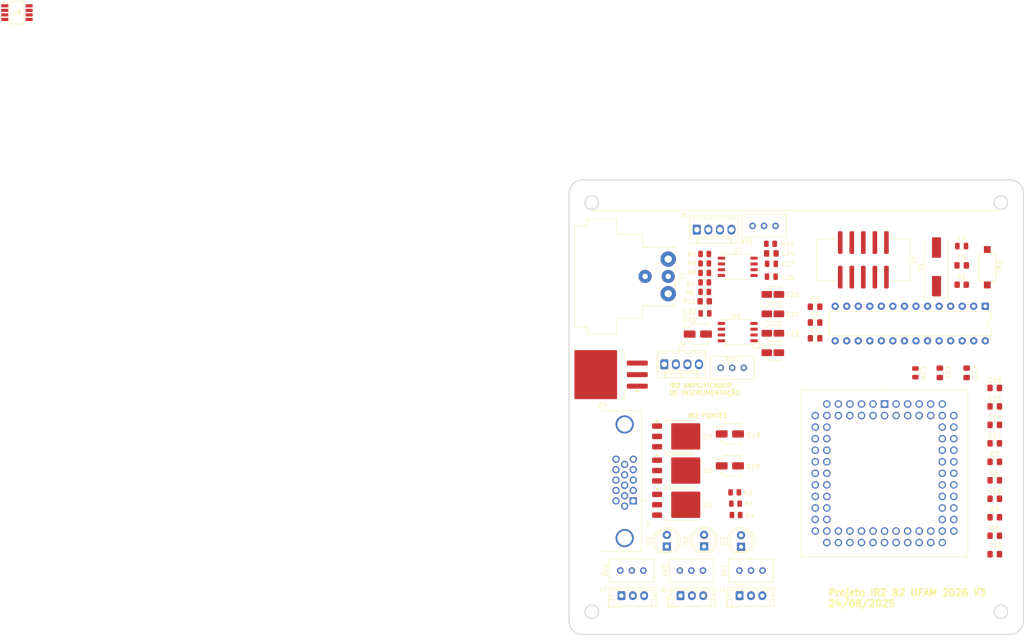
<source format=kicad_pcb>
(kicad_pcb (version 20241229) (generator "pcbnew") (generator_version "9.0")
  (title_block (title "IR2_B2_UFAM") (date "08/08/2025") (rev "V1") (company "UFAM-UFMG"))
  (layers (0 "F.Cu" signal "IR2_F.Cu") (4 "In1.Cu" power "IR2_In1.Cu") (6 "In2.Cu" power "IR2_In2.Cu") (2 "B.Cu" signal "IR2_B.Cu‏") (13 "F.Paste" user) (15 "B.Paste" user) (5 "F.SilkS" user "IR2 B2 UFAM") (7 "B.SilkS" user "IR2 B2 UFAM V2") (1 "F.Mask" user) (3 "B.Mask" user) (25 "Edge.Cuts" user))
  (net 0 "")
  (net 1 "Net-(U6-CAP-)")
  (net 2 "Net-(U6-CAP+)")
  (net 3 "Net-(D1-A)")
  (net 4 "Net-(D2-A)")
  (net 5 "Net-(D3-A)")
  (net 6 "/MODO E_RST E_RDR/E_RDR")
  (net 7 "Net-(J3-RST)")
  (net 8 "GND")
  (net 9 "/A0")
  (net 10 "/MODO E_RST E_RDR/E_RST")
  (net 11 "/A2")
  (net 12 "/Módulo Amplificador de Instrumentação/S+")
  (net 13 "/AC0")
  (net 14 "/A1")
  (net 15 "/Módulo Amplificador de Instrumentação/VOUT")
  (net 16 "/Módulo Amplificador de Instrumentação/S-")
  (net 17 "Net-(R6-Pad1)")
  (net 18 "Net-(R7-Pad2)")
  (net 19 "Net-(R10-Pad1)")
  (net 20 "Net-(R10-Pad2)")
  (net 21 "/MODO E_RST E_RDR/V_LOAD")
  (net 26 "Net-(U1-XTAL2{slash}PB7)")
  (net 28 "/SCK")
  (net 29 "Net-(U1-XTAL1{slash}PB6)")
  (net 32 "/MISO")
  (net 33 "Net-(U2-VO)")
  (net 36 "3,3V")
  (net 37 "/RESET")
  (net 38 "Net-(U7--)")
  (net 39 "/Fontes/3V3IR2")
  (net 40 "/RWS")
  (net 116 "/AC1")
  (net 117 "/AC2")
  (net 118 "Net-(J3-RDR)")
  (net 120 "Net-(U7-+)")
  (net 123 "Net-(U8-2IN+)")
  (net 124 "Net-(U8-1IN+)")
  (net 125 "Net-(U7-Ref)")
  (net 126 "/MODO E_RST E_RDR/3V3")
  (net 127 "Net-(U6-V+)")
  (net 128 "-12V")
  (net 129 "+8V4")
  (net 130 "+12V")
  (net 131 "Net-(BT4-+)")
  (net 132 "Net-(J5-Pin_2)")
  (net 133 "Net-(J6-Pin_3)")
  (net 134 "Net-(J7-Pin_3)")
  (footprint "Capacitor_SMD:C_0805_2012Metric_Pad1.18x1.45mm_HandSolder" (layer "F.Cu") (at 218.8425 105.662)
    (property "Reference" "C6" (at -0.0625 -1.6 0) (layer "F.SilkS") (effects (font (thickness 0.1))))
    (property "Value" "100nF")
    (pad "1" smd roundrect (at -1.0375 0) (size 1.175 1.45) (layers "F.Cu" "F.Mask" "F.Paste") (roundrect_rratio 0.212766) (net 39 "/Fontes/3V3IR2"))
    (pad "2" smd roundrect (at 1.0375 0) (size 1.175 1.45) (layers "F.Cu" "F.Mask" "F.Paste") (roundrect_rratio 0.212766) (net 8 "GND"))
  )
  (footprint "Package_SO:SOIC-8_5.3x5.3mm_P1.27mm" (layer "F.Cu") (at 162.295 58.7)
    (property "Reference" "U7" (at 0 -3.6 0) (layer "F.SilkS") (effects (font (thickness 0.1))))
    (property "Value" "AD620")
    (pad "1" smd roundrect (at -3.5875 -1.905) (size 1.625 0.65) (layers "F.Cu" "F.Mask" "F.Paste") (net 19 "Net-(R10-Pad1)"))
    (pad "2" smd roundrect (at -3.5875 -0.635) (size 1.625 0.65) (layers "F.Cu" "F.Mask" "F.Paste") (net 38 "Net-(U7--)"))
    (pad "3" smd roundrect (at -3.5875 0.635) (size 1.625 0.65) (layers "F.Cu" "F.Mask" "F.Paste") (net 120 "Net-(U7-+)"))
    (pad "4" smd roundrect (at -3.5875 1.905) (size 1.625 0.65) (layers "F.Cu" "F.Mask" "F.Paste") (net 128 "-12V"))
    (pad "5" smd roundrect (at 3.5875 1.905) (size 1.625 0.65) (layers "F.Cu" "F.Mask" "F.Paste") (net 125 "Net-(U7-Ref)"))
    (pad "6" smd roundrect (at 3.5875 0.635) (size 1.625 0.65) (layers "F.Cu" "F.Mask" "F.Paste") (net 123 "Net-(U8-2IN+)"))
    (pad "7" smd roundrect (at 3.5875 -0.635) (size 1.625 0.65) (layers "F.Cu" "F.Mask" "F.Paste") (net 127 "Net-(U6-V+)"))
    (pad "8" smd roundrect (at 3.5875 -1.905) (size 1.625 0.65) (layers "F.Cu" "F.Mask" "F.Paste") (net 20 "Net-(R10-Pad2)"))
  )
  (footprint "Capacitor_SMD:C_0805_2012Metric_Pad1.18x1.45mm_HandSolder" (layer "F.Cu") (at 218.8425 101.598)
    (property "Reference" "C7" (at 0 -1.68 0) (layer "F.SilkS") (effects (font (thickness 0.1))))
    (property "Value" "100nF")
    (pad "1" smd roundrect (at -1.0375 0) (size 1.175 1.45) (layers "F.Cu" "F.Mask" "F.Paste") (roundrect_rratio 0.212766) (net 39 "/Fontes/3V3IR2"))
    (pad "2" smd roundrect (at 1.0375 0) (size 1.175 1.45) (layers "F.Cu" "F.Mask" "F.Paste") (roundrect_rratio 0.212766) (net 8 "GND"))
  )
  (footprint "Resistor_SMD:R_0805_2012Metric" (layer "F.Cu") (at 155.0275 57.953333)
    (property "Reference" "R9" (at -2.8275 0.033917 0) (layer "F.SilkS") (effects (font (thickness 0.1))))
    (property "Value" "1K")
    (pad "1" smd roundrect (at -0.9125 0) (size 1.025 1.4) (layers "F.Cu" "F.Mask" "F.Paste") (roundrect_rratio 0.243902) (net 120 "Net-(U7-+)"))
    (pad "2" smd roundrect (at 0.9125 0) (size 1.025 1.4) (layers "F.Cu" "F.Mask" "F.Paste") (roundrect_rratio 0.243902) (net 12 "/Módulo Amplificador de Instrumentação/S+"))
  )
  (footprint "Resistor_SMD:R_0805_2012Metric_Pad1.20x1.40mm_HandSolder" (layer "F.Cu") (at 155.0275 66.286667)
    (property "Reference" "R11" (at -3.3375 0.049583 0) (layer "F.SilkS") (effects (font (thickness 0.1))))
    (property "Value" "1K")
    (pad "1" smd roundrect (at -1 0) (size 1.2 1.4) (layers "F.Cu" "F.Mask" "F.Paste") (roundrect_rratio 0.208333) (net 123 "Net-(U8-2IN+)"))
    (pad "2" smd roundrect (at 1 0) (size 1.2 1.4) (layers "F.Cu" "F.Mask" "F.Paste") (roundrect_rratio 0.208333) (net 124 "Net-(U8-1IN+)"))
  )
  (footprint "Capacitor_SMD:C_0805_2012Metric" (layer "F.Cu") (at 201.39 82.02 -90)
    (property "Reference" "C29" (at 0 -1.68 270) (layer "F.SilkS") (effects (font (thickness 0.1))))
    (property "Value" "100nF")
    (pad "1" smd roundrect (at -0.95 0 270) (size 1 1.45) (layers "F.Cu" "F.Mask" "F.Paste") (net 8 "GND"))
    (pad "2" smd roundrect (at 0.95 0 270) (size 1 1.45) (layers "F.Cu" "F.Mask" "F.Paste") (net 128 "-12V"))
  )
  (footprint "Capacitor_SMD:C_Elec_3x5.4" (layer "F.Cu") (at 170.02 77.59)
    (property "Reference" "C25" (at -3.07 -1.5 0) (layer "F.SilkS") (effects (font (thickness 0.1))))
    (property "Value" "10uF")
    (pad "1" smd roundrect (at -1.325 0) (size 2.35 1.5) (layers "F.Cu" "F.Mask" "F.Paste") (roundrect_rratio 0.166667) (net 1 "Net-(U6-CAP-)"))
    (pad "2" smd roundrect (at 1.325 0) (size 2.35 1.5) (layers "F.Cu" "F.Mask" "F.Paste") (roundrect_rratio 0.166667) (net 2 "Net-(U6-CAP+)"))
  )
  (footprint "Package_TO_SOT_SMD:TO-263-3_TabPin2" (layer "F.Cu") (at 132.555 82.415 180)
    (property "Reference" "U2" (at 0 -6.65 180) (layer "F.SilkS") (effects (font (thickness 0.1))))
    (property "Value" "AZ1084-5.0")
    (pad "1" smd roundrect (at -7.65 -2.54 180) (size 4.6 1.1) (layers "F.Cu" "F.Mask" "F.Paste") (roundrect_rratio 0.227273) (net 8 "GND"))
    (pad "2" smd roundrect (at -7.65 0 180) (size 4.6 1.1) (layers "F.Cu" "F.Mask" "F.Paste") (roundrect_rratio 0.227273) (net 33 "Net-(U2-VO)"))
    (pad "2" smd roundrect (at 1.5 0 180) (size 9.4 10.8) (layers "F.Cu" "F.Mask") (roundrect_rratio 0.026596) (net 33 "Net-(U2-VO)"))
    (pad "3" smd roundrect (at -7.65 2.54 180) (size 4.6 1.1) (layers "F.Cu" "F.Mask" "F.Paste") (roundrect_rratio 0.227273) (net 129 "+8V4"))
  )
  (footprint "Capacitor_SMD:C_Elec_3x5.4" (layer "F.Cu") (at 170.02 64.77)
    (property "Reference" "C26" (at 4.29 0.02 0) (layer "F.SilkS") (effects (font (thickness 0.1))))
    (property "Value" "10uF")
    (pad "1" smd roundrect (at -1.325 0) (size 2.35 1.5) (layers "F.Cu" "F.Mask" "F.Paste") (roundrect_rratio 0.166667) (net 128 "-12V"))
    (pad "2" smd roundrect (at 1.325 0) (size 2.35 1.5) (layers "F.Cu" "F.Mask" "F.Paste") (roundrect_rratio 0.166667) (net 8 "GND"))
  )
  (footprint "Capacitor_SMD:C_0805_2012Metric_Pad1.18x1.45mm_HandSolder" (layer "F.Cu") (at 218.8425 113.79)
    (property "Reference" "C9" (at 0 -1.68 0) (layer "F.SilkS") (effects (font (thickness 0.1))))
    (property "Value" "100nF")
    (pad "1" smd roundrect (at -1.0375 0) (size 1.175 1.45) (layers "F.Cu" "F.Mask" "F.Paste") (roundrect_rratio 0.212766) (net 40 "/RWS"))
    (pad "2" smd roundrect (at 1.0375 0) (size 1.175 1.45) (layers "F.Cu" "F.Mask" "F.Paste") (roundrect_rratio 0.212766) (net 8 "GND"))
  )
  (footprint "Capacitor_SMD:C_0805_2012Metric" (layer "F.Cu") (at 169.71 58.03 180)
    (property "Reference" "C27" (at -3.58 -0.08 0) (layer "F.SilkS") (effects (font (thickness 0.1))))
    (property "Value" "100nF")
    (pad "1" smd roundrect (at -0.95 0 180) (size 1 1.45) (layers "F.Cu" "F.Mask" "F.Paste") (net 128 "-12V"))
    (pad "2" smd roundrect (at 0.95 0 180) (size 1 1.45) (layers "F.Cu" "F.Mask" "F.Paste") (net 8 "GND"))
  )
  (footprint "Resistor_SMD:R_0805_2012Metric" (layer "F.Cu") (at 155.0275 64.203333)
    (property "Reference" "R6" (at -3.2675 0.275666 0) (layer "F.SilkS") (effects (font (thickness 0.1))))
    (property "Value" "1K")
    (pad "1" smd roundrect (at -0.9125 0) (size 1.025 1.4) (layers "F.Cu" "F.Mask" "F.Paste") (roundrect_rratio 0.243902) (net 17 "Net-(R6-Pad1)"))
    (pad "2" smd roundrect (at 0.9125 0) (size 1.025 1.4) (layers "F.Cu" "F.Mask" "F.Paste") (roundrect_rratio 0.243902) (net 127 "Net-(U6-V+)"))
  )
  (footprint "Package_TO_SOT_SMD:TO-252-3_TabPin2" (layer "F.Cu") (at 149.6 111.04)
    (property "Reference" "U4" (at 6.135 0.17 0) (layer "F.SilkS") (effects (font (thickness 0.1))))
    (property "Value" "AZ1084-3.3")
    (pad "1" smd roundrect (at -5.04 -2.28) (size 2.2 1.2) (layers "F.Cu" "F.Mask" "F.Paste") (roundrect_rratio 0.208333) (net 8 "GND"))
    (pad "2" smd roundrect (at -5.04 0) (size 2.2 1.2) (layers "F.Cu" "F.Mask" "F.Paste") (roundrect_rratio 0.208333) (net 126 "/MODO E_RST E_RDR/3V3"))
    (pad "2" smd roundrect (at 1.26 0) (size 6.4 5.8) (layers "F.Cu" "F.Mask") (roundrect_rratio 0.043103) (net 126 "/MODO E_RST E_RDR/3V3"))
    (pad "3" smd roundrect (at -5.04 2.28) (size 2.2 1.2) (layers "F.Cu" "F.Mask" "F.Paste") (roundrect_rratio 0.208333) (net 131 "Net-(BT4-+)"))
  )
  (footprint "LED_THT:LED_D5.0mm" (layer "F.Cu") (at 146.7 120.23 90)
    (property "Reference" "D1" (at 1.27 -3.96 90) (layer "F.SilkS") (effects (font (thickness 0.1))))
    (property "Value" "LED")
    (pad "1" thru_hole rect (at 0 0 90) (size 1.8 1.8) (drill 0.9) (layers "*.Cu" "*.Mask") (net 8 "GND"))
    (pad "2" thru_hole circle (at 2.54 0 90) (size 1.8 1.8) (drill 0.9) (layers "*.Cu" "*.Mask") (net 3 "Net-(D1-A)"))
  )
  (footprint "Capacitor_SMD:C_0805_2012Metric_Pad1.18x1.45mm_HandSolder" (layer "F.Cu") (at 218.8425 85.342)
    (property "Reference" "C13" (at 0 -1.68 0) (layer "F.SilkS") (effects (font (thickness 0.1))))
    (property "Value" "100nF")
    (pad "1" smd roundrect (at -1.0375 0) (size 1.175 1.45) (layers "F.Cu" "F.Mask" "F.Paste") (roundrect_rratio 0.212766) (net 11 "/A2"))
    (pad "2" smd roundrect (at 1.0375 0) (size 1.175 1.45) (layers "F.Cu" "F.Mask" "F.Paste") (roundrect_rratio 0.212766) (net 8 "GND"))
  )
  (footprint "Capacitor_SMD:C_Elec_3x5.4" (layer "F.Cu") (at 170.02 69.043333)
    (property "Reference" "C21" (at 4.41 0.146667 0) (layer "F.SilkS") (effects (font (thickness 0.1))))
    (property "Value" "10uF")
    (pad "1" smd roundrect (at -1.325 0) (size 2.35 1.5) (layers "F.Cu" "F.Mask" "F.Paste") (roundrect_rratio 0.166667) (net 127 "Net-(U6-V+)"))
    (pad "2" smd roundrect (at 1.325 0) (size 2.35 1.5) (layers "F.Cu" "F.Mask" "F.Paste") (roundrect_rratio 0.166667) (net 8 "GND"))
  )
  (footprint "Capacitor_SMD:C_0805_2012Metric_Pad1.18x1.45mm_HandSolder" (layer "F.Cu") (at 169.6925 55.75)
    (property "Reference" "C24" (at 3.6775 0 0) (layer "F.SilkS") (effects (font (thickness 0.1))))
    (property "Value" "100nF")
    (pad "1" smd roundrect (at -1.0375 0) (size 1.175 1.45) (layers "F.Cu" "F.Mask" "F.Paste") (roundrect_rratio 0.212766) (net 127 "Net-(U6-V+)"))
    (pad "2" smd roundrect (at 1.0375 0) (size 1.175 1.45) (layers "F.Cu" "F.Mask" "F.Paste") (roundrect_rratio 0.212766) (net 8 "GND"))
  )
  (footprint "Capacitor_SMD:C_0805_2012Metric" (layer "F.Cu") (at 211.5625 54.14)
    (property "Reference" "C4" (at 0 -1.68 0) (layer "F.SilkS") (effects (font (thickness 0.1))))
    (property "Value" "22pF")
    (pad "1" smd roundrect (at -0.95 0) (size 1 1.45) (layers "F.Cu" "F.Mask" "F.Paste") (net 29 "Net-(U1-XTAL1{slash}PB6)"))
    (pad "2" smd roundrect (at 0.95 0) (size 1 1.45) (layers "F.Cu" "F.Mask" "F.Paste") (net 8 "GND"))
  )
  (footprint "Button_Switch_SMD:SW_SPST_CK_RS282G05A3" (layer "F.Cu") (at 217.2 58.79 -90)
    (property "Reference" "SW1" (at 0 -2.6 270) (layer "F.SilkS") (effects (font (thickness 0.1))))
    (property "Value" "SW_SPST_CK_RS282G05A3")
    (pad "1" smd rect (at -3.9 0 270) (size 1.5 1.5) (layers "F.Cu" "F.Mask" "F.Paste") (net 37 "/RESET"))
    (pad "2" smd rect (at 3.9 0 270) (size 1.5 1.5) (layers "F.Cu" "F.Mask" "F.Paste") (net 37 "/RESET"))
  )
  (footprint "Connector_JST:JST_EH_B3B-EH-A_1x03_P2.50mm_Vertical" (layer "F.Cu") (at 162.71 131.04)
    (property "Reference" "J5" (at -3.84 -1.3 0) (layer "F.SilkS") (effects (font (thickness 0.1))))
    (property "Value" "Conn_01x03_Pin")
    (pad "1" thru_hole roundrect (at 0 0) (size 1.7 1.95) (drill 0.95) (layers "*.Cu" "*.Mask") (roundrect_rratio 0.147059) (net 126 "/MODO E_RST E_RDR/3V3"))
    (pad "2" thru_hole oval (at 2.5 0) (size 1.7 1.95) (drill 0.95) (layers "*.Cu" "*.Mask") (net 132 "Net-(J5-Pin_2)"))
    (pad "3" thru_hole oval (at 5 0) (size 1.7 1.95) (drill 0.95) (layers "*.Cu" "*.Mask") (net 8 "GND"))
  )
  (footprint "Capacitor_SMD:C_0805_2012Metric_Pad1.18x1.45mm_HandSolder" (layer "F.Cu") (at 218.8425 89.406)
    (property "Reference" "C15" (at 0 -1.68 0) (layer "F.SilkS") (effects (font (thickness 0.1))))
    (property "Value" "100nF")
    (pad "1" smd roundrect (at -1.0375 0) (size 1.175 1.45) (layers "F.Cu" "F.Mask" "F.Paste") (roundrect_rratio 0.212766) (net 116 "/AC1"))
    (pad "2" smd roundrect (at 1.0375 0) (size 1.175 1.45) (layers "F.Cu" "F.Mask" "F.Paste") (roundrect_rratio 0.212766) (net 8 "GND"))
  )
  (footprint "Capacitor_SMD:C_0805_2012Metric_Pad1.18x1.45mm_HandSolder" (layer "F.Cu") (at 212.65 82.02 -90)
    (property "Reference" "C12" (at 0 -1.68 270) (layer "F.SilkS") (effects (font (thickness 0.1))))
    (property "Value" "100nF")
    (pad "1" smd roundrect (at -1.0375 0 270) (size 1.175 1.45) (layers "F.Cu" "F.Mask" "F.Paste") (roundrect_rratio 0.212766) (net 14 "/A1"))
    (pad "2" smd roundrect (at 1.0375 0 270) (size 1.175 1.45) (layers "F.Cu" "F.Mask" "F.Paste") (roundrect_rratio 0.212766) (net 8 "GND"))
  )
  (footprint "Capacitor_SMD:C_0805_2012Metric_Pad1.18x1.45mm_HandSolder" (layer "F.Cu") (at 211.5625 58.385)
    (property "Reference" "C5" (at 0 -1.68 0) (layer "F.SilkS") (effects (font (thickness 0.1))))
    (property "Value" "22pF")
    (pad "1" smd roundrect (at -1.0375 0) (size 1.175 1.45) (layers "F.Cu" "F.Mask" "F.Paste") (roundrect_rratio 0.212766) (net 26 "Net-(U1-XTAL2{slash}PB7)"))
    (pad "2" smd roundrect (at 1.0375 0) (size 1.175 1.45) (layers "F.Cu" "F.Mask" "F.Paste") (roundrect_rratio 0.212766) (net 8 "GND"))
  )
  (footprint "Capacitor_SMD:CP_Elec_4x5.8" (layer "F.Cu") (at 160.57 102.49)
    (property "Reference" "C18" (at 5.18 0.12 0) (layer "F.SilkS") (effects (font (thickness 0.1))))
    (property "Value" "22uF")
    (pad "1" smd roundrect (at -1.8 0) (size 2.6 1.6) (layers "F.Cu" "F.Mask" "F.Paste") (roundrect_rratio 0.15625) (net 39 "/Fontes/3V3IR2"))
    (pad "2" smd roundrect (at 1.8 0) (size 2.6 1.6) (layers "F.Cu" "F.Mask" "F.Paste") (roundrect_rratio 0.15625) (net 8 "GND"))
  )
  (footprint "Capacitor_SMD:C_0805_2012Metric" (layer "F.Cu") (at 169.68 60.86)
    (property "Reference" "C28" (at 3.65 0.24 0) (layer "F.SilkS") (effects (font (thickness 0.1))))
    (property "Value" "100nF")
    (pad "1" smd roundrect (at -0.95 0) (size 1 1.45) (layers "F.Cu" "F.Mask" "F.Paste") (net 128 "-12V"))
    (pad "2" smd roundrect (at 0.95 0) (size 1 1.45) (layers "F.Cu" "F.Mask" "F.Paste") (net 127 "Net-(U6-V+)"))
  )
  (footprint "Capacitor_SMD:C_0805_2012Metric_Pad1.18x1.45mm_HandSolder" (layer "F.Cu") (at 218.8425 93.47)
    (property "Reference" "C14" (at 0 -1.68 0) (layer "F.SilkS") (effects (font (thickness 0.1))))
    (property "Value" "100nF")
    (pad "1" smd roundrect (at -1.0375 0) (size 1.175 1.45) (layers "F.Cu" "F.Mask" "F.Paste") (roundrect_rratio 0.212766) (net 13 "/AC0"))
    (pad "2" smd roundrect (at 1.0375 0) (size 1.175 1.45) (layers "F.Cu" "F.Mask" "F.Paste") (roundrect_rratio 0.212766) (net 8 "GND"))
  )
  (footprint "Resistor_SMD:R_0805_2012Metric_Pad1.20x1.40mm_HandSolder" (layer "F.Cu") (at 211.5625 62.63)
    (property "Reference" "R1" (at 0 -1.65 0) (layer "F.SilkS") (effects (font (thickness 0.1))))
    (property "Value" "10K")
    (pad "1" smd roundrect (at -1 0) (size 1.2 1.4) (layers "F.Cu" "F.Mask" "F.Paste") (roundrect_rratio 0.208333) (net 8 "GND"))
    (pad "2" smd roundrect (at 1 0) (size 1.2 1.4) (layers "F.Cu" "F.Mask" "F.Paste") (roundrect_rratio 0.208333) (net 37 "/RESET"))
  )
  (footprint "Connector_JST:JST_EH_B3B-EH-A_1x03_P2.50mm_Vertical" (layer "F.Cu") (at 136.71 131.04)
    (property "Reference" "J7" (at -4.1 -1.27 0) (layer "F.SilkS") (effects (font (thickness 0.1))))
    (property "Value" "Conn_01x03_Pin")
    (pad "1" thru_hole roundrect (at 0 0) (size 1.7 1.95) (drill 0.95) (layers "*.Cu" "*.Mask") (roundrect_rratio 0.147059) (net 126 "/MODO E_RST E_RDR/3V3"))
    (pad "2" thru_hole oval (at 2.5 0) (size 1.7 1.95) (drill 0.95) (layers "*.Cu" "*.Mask") (net 6 "/MODO E_RST E_RDR/E_RDR"))
    (pad "3" thru_hole oval (at 5 0) (size 1.7 1.95) (drill 0.95) (layers "*.Cu" "*.Mask") (net 134 "Net-(J7-Pin_3)"))
  )
  (footprint "Package_TO_SOT_SMD:TO-252-3_TabPin2" (layer "F.Cu") (at 149.6 103.525)
    (property "Reference" "U5" (at 6.215 -0.025 0) (layer "F.SilkS") (effects (font (thickness 0.1))))
    (property "Value" "AZ1084-3.3")
    (pad "1" smd roundrect (at -5.04 -2.28) (size 2.2 1.2) (layers "F.Cu" "F.Mask" "F.Paste") (roundrect_rratio 0.208333) (net 8 "GND"))
    (pad "2" smd roundrect (at -5.04 0) (size 2.2 1.2) (layers "F.Cu" "F.Mask" "F.Paste") (roundrect_rratio 0.208333) (net 36 "3,3V"))
    (pad "2" smd roundrect (at 1.26 0) (size 6.4 5.8) (layers "F.Cu" "F.Mask") (roundrect_rratio 0.043103) (net 36 "3,3V"))
    (pad "3" smd roundrect (at -5.04 2.28) (size 2.2 1.2) (layers "F.Cu" "F.Mask" "F.Paste") (roundrect_rratio 0.208333) (net 8 "GND"))
  )
  (footprint "Capacitor_SMD:C_0805_2012Metric_Pad1.18x1.45mm_HandSolder" (layer "F.Cu") (at 218.8425 109.726)
    (property "Reference" "C16" (at 0 -1.68 0) (layer "F.SilkS") (effects (font (thickness 0.1))))
    (property "Value" "100nF")
    (pad "1" smd roundrect (at -1.0375 0) (size 1.175 1.45) (layers "F.Cu" "F.Mask" "F.Paste") (roundrect_rratio 0.212766) (net 117 "/AC2"))
    (pad "2" smd roundrect (at 1.0375 0) (size 1.175 1.45) (layers "F.Cu" "F.Mask" "F.Paste") (roundrect_rratio 0.212766) (net 8 "GND"))
  )
  (footprint "IR2_Library:IR2_UFAM_V0_PLCC84" (layer "F.Cu") (at 194.595 88.885)
    (property "Reference" "J3" (hide yes))
    (property "Value" "IR2_UFAM_V0_PLCC84" (hide yes))
    (pad "1" thru_hole rect (at 0 0) (size 1.65 1.65) (drill 1.1) (layers "*.Cu" "*.Mask") (net 39 "/Fontes/3V3IR2"))
    (pad "2" thru_hole circle (at 0 2.54) (size 1.65 1.65) (drill 1.1) (layers "*.Cu" "*.Mask"))
    (pad "3" thru_hole circle (at -2.54 0) (size 1.65 1.65) (drill 1.1) (layers "*.Cu" "*.Mask"))
    (pad "4" thru_hole circle (at -2.54 2.54) (size 1.65 1.65) (drill 1.1) (layers "*.Cu" "*.Mask"))
    (pad "5" thru_hole circle (at -5.08 0) (size 1.65 1.65) (drill 1.1) (layers "*.Cu" "*.Mask"))
    (pad "6" thru_hole circle (at -5.08 2.54) (size 1.65 1.65) (drill 1.1) (layers "*.Cu" "*.Mask"))
    (pad "7" thru_hole circle (at -7.62 0) (size 1.65 1.65) (drill 1.1) (layers "*.Cu" "*.Mask"))
    (pad "8" thru_hole circle (at -7.62 2.54) (size 1.65 1.65) (drill 1.1) (layers "*.Cu" "*.Mask"))
    (pad "9" thru_hole circle (at -10.16 0) (size 1.65 1.65) (drill 1.1) (layers "*.Cu" "*.Mask"))
    (pad "10" thru_hole circle (at -10.16 2.54) (size 1.65 1.65) (drill 1.1) (layers "*.Cu" "*.Mask"))
    (pad "11" thru_hole circle (at -12.7 0) (size 1.65 1.65) (drill 1.1) (layers "*.Cu" "*.Mask"))
    (pad "12" thru_hole circle (at -15.24 2.54) (size 1.65 1.65) (drill 1.1) (layers "*.Cu" "*.Mask"))
    (pad "13" thru_hole circle (at -12.7 2.54) (size 1.65 1.65) (drill 1.1) (layers "*.Cu" "*.Mask"))
    (pad "14" thru_hole circle (at -15.24 5.08) (size 1.65 1.65) (drill 1.1) (layers "*.Cu" "*.Mask"))
    (pad "15" thru_hole circle (at -12.7 5.08) (size 1.65 1.65) (drill 1.1) (layers "*.Cu" "*.Mask"))
    (pad "16" thru_hole circle (at -15.24 7.62) (size 1.65 1.65) (drill 1.1) (layers "*.Cu" "*.Mask") (net 21 "/MODO E_RST E_RDR/V_LOAD"))
    (pad "17" thru_hole circle (at -12.7 7.62) (size 1.65 1.65) (drill 1.1) (layers "*.Cu" "*.Mask"))
    (pad "18" thru_hole circle (at -15.24 10.16) (size 1.65 1.65) (drill 1.1) (layers "*.Cu" "*.Mask"))
    (pad "19" thru_hole circle (at -12.7 10.16) (size 1.65 1.65) (drill 1.1) (layers "*.Cu" "*.Mask"))
    (pad "20" thru_hole circle (at -15.24 12.7) (size 1.65 1.65) (drill 1.1) (layers "*.Cu" "*.Mask"))
    (pad "21" thru_hole circle (at -12.7 12.7) (size 1.65 1.65) (drill 1.1) (layers "*.Cu" "*.Mask"))
    (pad "22" thru_hole circle (at -15.24 15.24) (size 1.65 1.65) (drill 1.1) (layers "*.Cu" "*.Mask"))
    (pad "23" thru_hole circle (at -12.7 15.24) (size 1.65 1.65) (drill 1.1) (layers "*.Cu" "*.Mask") (net 10 "/MODO E_RST E_RDR/E_RST"))
    (pad "24" thru_hole circle (at -15.24 17.78) (size 1.65 1.65) (drill 1.1) (layers "*.Cu" "*.Mask"))
    (pad "25" thru_hole circle (at -12.7 17.78) (size 1.65 1.65) (drill 1.1) (layers "*.Cu" "*.Mask"))
    (pad "26" thru_hole circle (at -15.24 20.32) (size 1.65 1.65) (drill 1.1) (layers "*.Cu" "*.Mask"))
    (pad "27" thru_hole circle (at -12.7 20.32) (size 1.65 1.65) (drill 1.1) (layers "*.Cu" "*.Mask"))
    (pad "28" thru_hole circle (at -15.24 22.86) (size 1.65 1.65) (drill 1.1) (layers "*.Cu" "*.Mask"))
    (pad "29" thru_hole circle (at -12.7 22.86) (size 1.65 1.65) (drill 1.1) (layers "*.Cu" "*.Mask"))
    (pad "30" thru_hole circle (at -15.24 25.4) (size 1.65 1.65) (drill 1.1) (layers "*.Cu" "*.Mask"))
    (pad "31" thru_hole circle (at -12.7 25.4) (size 1.65 1.65) (drill 1.1) (layers "*.Cu" "*.Mask"))
    (pad "32" thru_hole circle (at -15.24 27.94) (size 1.65 1.65) (drill 1.1) (layers "*.Cu" "*.Mask"))
    (pad "33" thru_hole circle (at -12.7 30.48) (size 1.65 1.65) (drill 1.1) (layers "*.Cu" "*.Mask"))
    (pad "34" thru_hole circle (at -12.7 27.94) (size 1.65 1.65) (drill 1.1) (layers "*.Cu" "*.Mask"))
    (pad "35" thru_hole circle (at -10.16 30.48) (size 1.65 1.65) (drill 1.1) (layers "*.Cu" "*.Mask"))
    (pad "36" thru_hole circle (at -10.16 27.94) (size 1.65 1.65) (drill 1.1) (layers "*.Cu" "*.Mask"))
    (pad "37" thru_hole circle (at -7.62 30.48) (size 1.65 1.65) (drill 1.1) (layers "*.Cu" "*.Mask"))
    (pad "38" thru_hole circle (at -7.62 27.94) (size 1.65 1.65) (drill 1.1) (layers "*.Cu" "*.Mask") (net 6 "/MODO E_RST E_RDR/E_RDR"))
    (pad "39" thru_hole circle (at -5.08 30.48) (size 1.65 1.65) (drill 1.1) (layers "*.Cu" "*.Mask") (net 8 "GND"))
    (pad "40" thru_hole circle (at -5.08 27.94) (size 1.65 1.65) (drill 1.1) (layers "*.Cu" "*.Mask") (net 16 "/Módulo Amplificador de Instrumentação/S-"))
    (pad "41" thru_hole circle (at -2.54 30.48) (size 1.65 1.65) (drill 1.1) (layers "*.Cu" "*.Mask"))
    (pad "42" thru_hole circle (at -2.54 27.94) (size 1.65 1.65) (drill 1.1) (layers "*.Cu" "*.Mask"))
    (pad "43" thru_hole circle (at 0 30.48) (size 1.65 1.65) (drill 1.1) (layers "*.Cu" "*.Mask"))
    (pad "44" thru_hole circle (at 0 27.94) (size 1.65 1.65) (drill 1.1) (layers "*.Cu" "*.Mask"))
    (pad "45" thru_hole circle (at 2.54 30.48) (size 1.65 1.65) (drill 1.1) (layers "*.Cu" "*.Mask"))
    (pad "46" thru_hole circle (at 2.54 27.94) (size 1.65 1.65) (drill 1.1) (layers "*.Cu" "*.Mask"))
    (pad "47" thru_hole circle (at 5.08 30.48) (size 1.65 1.65) (drill 1.1) (layers "*.Cu" "*.Mask"))
    (pad "48" thru_hole circle (at 5.08 27.94) (size 1.65 1.65) (drill 1.1) (layers "*.Cu" "*.Mask"))
    (pad "49" thru_hole circle (at 7.62 30.48) (size 1.65 1.65) (drill 1.1) (layers "*.Cu" "*.Mask"))
    (pad "50" thru_hole circle (at 7.62 27.94) (size 1.65 1.65) (drill 1.1) (layers "*.Cu" "*.Mask"))
    (pad "51" thru_hole circle (at 10.16 30.48) (size 1.65 1.65) (drill 1.1) (layers "*.Cu" "*.Mask") (net 7 "Net-(J3-RST)"))
    (pad "52" thru_hole circle (at 10.16 27.94) (size 1.65 1.65) (drill 1.1) (layers "*.Cu" "*.Mask"))
    (pad "53" thru_hole circle (at 12.7 30.48) (size 1.65 1.65) (drill 1.1) (layers "*.Cu" "*.Mask"))
    (pad "54" thru_hole circle (at 15.24 27.94) (size 1.65 1.65) (drill 1.1) (layers "*.Cu" "*.Mask") (net 40 "/RWS"))
    (pad "55" thru_hole circle (at 12.7 27.94) (size 1.65 1.65) (drill 1.1) (layers "*.Cu" "*.Mask") (net 118 "Net-(J3-RDR)"))
    (pad "56" thru_hole circle (at 15.24 25.4) (size 1.65 1.65) (drill 1.1) (layers "*.Cu" "*.Mask") (net 8 "GND"))
    (pad "57" thru_hole circle (at 12.7 25.4) (size 1.65 1.65) (drill 1.1) (layers "*.Cu" "*.Mask"))
    (pad "58" thru_hole circle (at 15.24 22.86) (size 1.65 1.65) (drill 1.1) (layers "*.Cu" "*.Mask"))
    (pad "59" thru_hole circle (at 12.7 22.86) (size 1.65 1.65) (drill 1.1) (layers "*.Cu" "*.Mask"))
    (pad "60" thru_hole circle (at 15.24 20.32) (size 1.65 1.65) (drill 1.1) (layers "*.Cu" "*.Mask"))
    (pad "61" thru_hole circle (at 12.7 20.32) (size 1.65 1.65) (drill 1.1) (layers "*.Cu" "*.Mask"))
    (pad "62" thru_hole circle (at 15.24 17.78) (size 1.65 1.65) (drill 1.1) (layers "*.Cu" "*.Mask"))
    (pad "63" thru_hole circle (at 12.7 17.78) (size 1.65 1.65) (drill 1.1) (layers "*.Cu" "*.Mask"))
    (pad "64" thru_hole circle (at 15.24 15.24) (size 1.65 1.65) (drill 1.1) (layers "*.Cu" "*.Mask"))
    (pad "65" thru_hole circle (at 12.7 15.24) (size 1.65 1.65) (drill 1.1) (layers "*.Cu" "*.Mask"))
    (pad "66" thru_hole circle (at 15.24 12.7) (size 1.65 1.65) (drill 1.1) (layers "*.Cu" "*.Mask") (net 39 "/Fontes/3V3IR2"))
    (pad "67" thru_hole circle (at 12.7 12.7) (size 1.65 1.65) (drill 1.1) (layers "*.Cu" "*.Mask") (net 117 "/AC2"))
    (pad "68" thru_hole circle (at 15.24 10.16) (size 1.65 1.65) (drill 1.1) (layers "*.Cu" "*.Mask") (net 116 "/AC1"))
    (pad "69" thru_hole circle (at 12.7 10.16) (size 1.65 1.65) (drill 1.1) (layers "*.Cu" "*.Mask") (net 13 "/AC0"))
    (pad "70" thru_hole circle (at 15.24 7.62) (size 1.65 1.65) (drill 1.1) (layers "*.Cu" "*.Mask") (net 11 "/A2"))
    (pad "71" thru_hole circle (at 12.7 7.62) (size 1.65 1.65) (drill 1.1) (layers "*.Cu" "*.Mask") (net 14 "/A1"))
    (pad "72" thru_hole circle (at 15.24 5.08) (size 1.65 1.65) (drill 1.1) (layers "*.Cu" "*.Mask") (net 9 "/A0"))
    (pad "73" thru_hole circle (at 12.7 5.08) (size 1.65 1.65) (drill 1.1) (layers "*.Cu" "*.Mask"))
    (pad "74" thru_hole circle (at 15.24 2.54) (size 1.65 1.65) (drill 1.1) (layers "*.Cu" "*.Mask") (net 39 "/Fontes/3V3IR2"))
    (pad "75" thru_hole circle (at 12.7 0) (size 1.65 1.65) (drill 1.1) (layers "*.Cu" "*.Mask"))
    (pad "76" thru_hole circle (at 12.7 2.54) (size 1.65 1.65) (drill 1.1) (layers "*.Cu" "*.Mask"))
    (pad "77" thru_hole circle (at 10.16 0) (size 1.65 1.65) (drill 1.1) (layers "*.Cu" "*.Mask"))
    (pad "78" thru_hole circle (at 10.16 2.54) (size 1.65 1.65) (drill 1.1) (layers "*.Cu" "*.Mask"))
    (pad "79" thru_hole circle (at 7.62 0) (size 1.65 1.65) (drill 1.1) (layers "*.Cu" "*.Mask"))
    (pad "80" thru_hole circle (at 7.62 2.54) (size 1.65 1.65) (drill 1.1) (layers "*.Cu" "*.Mask"))
    (pad "81" thru_hole circle (at 5.08 0) (size 1.65 1.65) (drill 1.1) (layers "*.Cu" "*.Mask"))
    (pad "82" thru_hole circle (at 5.08 2.54) (size 1.65 1.65) (drill 1.1) (layers "*.Cu" "*.Mask"))
    (pad "83" thru_hole circle (at 2.54 0) (size 1.65 1.65) (drill 1.1) (layers "*.Cu" "*.Mask"))
    (pad "84" thru_hole circle (at 2.54 2.54) (size 1.65 1.65) (drill 1.1) (layers "*.Cu" "*.Mask"))
  )
  (footprint "Connector_JST:JST_EH_B3B-EH-A_1x03_P2.50mm_Vertical" (layer "F.Cu") (at 149.71 131.04)
    (property "Reference" "J6" (at -3.87 -1.35 0) (layer "F.SilkS") (effects (font (thickness 0.1))))
    (property "Value" "Conn_01x03_Pin")
    (pad "1" thru_hole roundrect (at 0 0) (size 1.7 1.95) (drill 0.95) (layers "*.Cu" "*.Mask") (roundrect_rratio 0.147059) (net 132 "Net-(J5-Pin_2)"))
    (pad "2" thru_hole oval (at 2.5 0) (size 1.7 1.95) (drill 0.95) (layers "*.Cu" "*.Mask") (net 10 "/MODO E_RST E_RDR/E_RST"))
    (pad "3" thru_hole oval (at 5 0) (size 1.7 1.95) (drill 0.95) (layers "*.Cu" "*.Mask") (net 133 "Net-(J6-Pin_3)"))
  )
  (footprint "Potentiometer_THT:Potentiometer_Bourns_3296W_Vertical" (layer "F.Cu") (at 141.545 125.51)
    (property "Reference" "RV3" (at -8.195 0.005 90) (layer "F.SilkS") (effects (font (thickness 0.1))))
    (property "Value" "10K")
    (pad "1" thru_hole circle (at 0 0) (size 1.44 1.44) (drill 0.8) (layers "*.Cu" "*.Mask") (net 126 "/MODO E_RST E_RDR/3V3"))
    (pad "2" thru_hole circle (at -2.54 0) (size 1.44 1.44) (drill 0.8) (layers "*.Cu" "*.Mask") (net 21 "/MODO E_RST E_RDR/V_LOAD"))
    (pad "3" thru_hole circle (at -5.08 0) (size 1.44 1.44) (drill 0.8) (layers "*.Cu" "*.Mask") (net 8 "GND"))
  )
  (footprint "Connector_Dsub:DSUB-15-HD_Socket_Horizontal_P2.29x1.90mm_EdgePinOffset3.03mm_Housed_MountingHolesOffset4.94mm" (layer "F.Cu") (at 139.31 110.19 -90)
    (property "Reference" "J4" (at 5.07 -3.37 270) (layer "F.SilkS") (effects (font (thickness 0.1))))
    (property "Value" "DE15_Socket_HighDensity_MountingHoles")
    (pad "0" thru_hole circle (at -16.815 1.89 270) (size 4 4) (drill 3.2) (layers "*.Cu" "*.Mask") (net 8 "GND"))
    (pad "0" thru_hole circle (at 8.185 1.89 270) (size 4 4) (drill 3.2) (layers "*.Cu" "*.Mask") (net 8 "GND"))
    (pad "1" thru_hole rect (at 0 0 270) (size 1.6 1.6) (drill 1) (layers "*.Cu" "*.Mask"))
    (pad "2" thru_hole circle (at -2.29 0 270) (size 1.6 1.6) (drill 1) (layers "*.Cu" "*.Mask"))
    (pad "3" thru_hole circle (at -4.58 0 270) (size 1.6 1.6) (drill 1) (layers "*.Cu" "*.Mask"))
    (pad "4" thru_hole circle (at -6.87 0 270) (size 1.6 1.6) (drill 1) (layers "*.Cu" "*.Mask"))
    (pad "5" thru_hole circle (at -9.16 0 270) (size 1.6 1.6) (drill 1) (layers "*.Cu" "*.Mask") (net 8 "GND"))
    (pad "6" thru_hole circle (at 1.145 1.9 270) (size 1.6 1.6) (drill 1) (layers "*.Cu" "*.Mask"))
    (pad "7" thru_hole circle (at -1.145 1.9 270) (size 1.6 1.6) (drill 1) (layers "*.Cu" "*.Mask"))
    (pad "8" thru_hole circle (at -3.435 1.9 270) (size 1.6 1.6) (drill 1) (layers "*.Cu" "*.Mask"))
    (pad "9" thru_hole circle (at -5.725 1.9 270) (size 1.6 1.6) (drill 1) (layers "*.Cu" "*.Mask"))
    (pad "10" thru_hole circle (at -8.015 1.9 270) (size 1.6 1.6) (drill 1) (layers "*.Cu" "*.Mask"))
    (pad "11" thru_hole circle (at 0 3.8 270) (size 1.6 1.6) (drill 1) (layers "*.Cu" "*.Mask") (net 130 "+12V"))
    (pad "12" thru_hole circle (at -2.29 3.8 270) (size 1.6 1.6) (drill 1) (layers "*.Cu" "*.Mask") (net 8 "GND"))
    (pad "13" thru_hole circle (at -4.58 3.8 270) (size 1.6 1.6) (drill 1) (layers "*.Cu" "*.Mask") (net 128 "-12V"))
    (pad "14" thru_hole circle (at -6.87 3.8 270) (size 1.6 1.6) (drill 1) (layers "*.Cu" "*.Mask") (net 129 "+8V4"))
    (pad "15" thru_hole circle (at -9.16 3.8 270) (size 1.6 1.6) (drill 1) (layers "*.Cu" "*.Mask") (net 131 "Net-(BT4-+)"))
  )
  (footprint "Connector_IDC:IDC-Header_2x05_P2.54mm_Vertical_SMD" (layer "F.Cu") (at 189.925 57.165 -90)
    (property "Reference" "J2" (at 0 -11.16 270) (layer "F.SilkS") (effects (font (thickness 0.1))))
    (property "Value" "USBAsp")
    (pad "1" smd roundrect (at -3.8 -5.08 270) (size 5 1.02) (layers "F.Cu" "F.Mask" "F.Paste") (roundrect_rratio 0.245098) (net 40 "/RWS"))
    (pad "2" smd roundrect (at 3.8 -5.08 270) (size 5 1.02) (layers "F.Cu" "F.Mask" "F.Paste") (roundrect_rratio 0.245098) (net 36 "3,3V"))
    (pad "3" smd roundrect (at -3.8 -2.54 270) (size 5 1.02) (layers "F.Cu" "F.Mask" "F.Paste") (roundrect_rratio 0.245098))
    (pad "4" smd roundrect (at 3.8 -2.54 270) (size 5 1.02) (layers "F.Cu" "F.Mask" "F.Paste") (roundrect_rratio 0.245098) (net 8 "GND"))
    (pad "5" smd roundrect (at -3.8 0 270) (size 5 1.02) (layers "F.Cu" "F.Mask" "F.Paste") (roundrect_rratio 0.245098) (net 37 "/RESET"))
    (pad "6" smd roundrect (at 3.8 0 270) (size 5 1.02) (layers "F.Cu" "F.Mask" "F.Paste") (roundrect_rratio 0.245098) (net 8 "GND"))
    (pad "7" smd roundrect (at -3.8 2.54 270) (size 5 1.02) (layers "F.Cu" "F.Mask" "F.Paste") (roundrect_rratio 0.245098) (net 28 "/SCK"))
    (pad "8" smd roundrect (at 3.8 2.54 270) (size 5 1.02) (layers "F.Cu" "F.Mask" "F.Paste") (roundrect_rratio 0.245098) (net 8 "GND"))
    (pad "9" smd roundrect (at -3.8 5.08 270) (size 5 1.02) (layers "F.Cu" "F.Mask" "F.Paste") (roundrect_rratio 0.245098) (net 32 "/MISO"))
    (pad "10" smd roundrect (at 3.8 5.08 270) (size 5 1.02) (layers "F.Cu" "F.Mask" "F.Paste") (roundrect_rratio 0.245098) (net 8 "GND"))
  )
  (footprint "Resistor_SMD:R_0805_2012Metric" (layer "F.Cu") (at 161.93 113.3)
    (property "Reference" "R4" (at 2.99 0.08 0) (layer "F.SilkS") (effects (font (thickness 0.1))))
    (property "Value" "220R")
    (pad "1" smd roundrect (at -0.9125 0) (size 1.025 1.4) (layers "F.Cu" "F.Mask" "F.Paste") (roundrect_rratio 0.243902) (net 36 "3,3V"))
    (pad "2" smd roundrect (at 0.9125 0) (size 1.025 1.4) (layers "F.Cu" "F.Mask" "F.Paste") (roundrect_rratio 0.243902) (net 5 "Net-(D3-A)"))
  )
  (footprint "Connector_Molex:Molex_KK-254_AE-6410-04A_1x04_P2.54mm_Vertical" (layer "F.Cu") (at 153.29 50.52465)
    (property "Reference" "J8" (at -3 -3.06465 0) (layer "F.SilkS") (effects (font (thickness 0.1))))
    (property "Value" "Entrada")
    (pad "1" thru_hole roundrect (at 0 0) (size 1.74 2.19) (drill 1.19) (layers "*.Cu" "*.Mask") (roundrect_rratio 0.143678) (net 130 "+12V"))
    (pad "2" thru_hole oval (at 2.54 0) (size 1.74 2.19) (drill 1.19) (layers "*.Cu" "*.Mask") (net 8 "GND"))
    (pad "3" thru_hole oval (at 5.08 0) (size 1.74 2.19) (drill 1.19) (layers "*.Cu" "*.Mask") (net 16 "/Módulo Amplificador de Instrumentação/S-"))
    (pad "4" thru_hole oval (at 7.62 0) (size 1.74 2.19) (drill 1.19) (layers "*.Cu" "*.Mask") (net 12 "/Módulo Amplificador de Instrumentação/S+"))
  )
  (footprint "Capacitor_SMD:C_0805_2012Metric_Pad1.18x1.45mm_HandSolder" (layer "F.Cu") (at 206.75 82.02 -90)
    (property "Reference" "C11" (at 0 -1.68 270) (layer "F.SilkS") (effects (font (thickness 0.1))))
    (property "Value" "100nF")
    (pad "1" smd roundrect (at -1.0375 0 270) (size 1.175 1.45) (layers "F.Cu" "F.Mask" "F.Paste") (roundrect_rratio 0.212766) (net 9 "/A0"))
    (pad "2" smd roundrect (at 1.0375 0 270) (size 1.175 1.45) (layers "F.Cu" "F.Mask" "F.Paste") (roundrect_rratio 0.212766) (net 8 "GND"))
  )
  (footprint "Capacitor_SMD:C_0805_2012Metric" (layer "F.Cu") (at 155.09 68.94)
    (property "Reference" "C22" (at -3.34 -0.32 0) (layer "F.SilkS") (effects (font (thickness 0.1))))
    (property "Value" "100nF")
    (pad "1" smd roundrect (at -0.95 0) (size 1 1.45) (layers "F.Cu" "F.Mask" "F.Paste") (net 127 "Net-(U6-V+)"))
    (pad "2" smd roundrect (at 0.95 0) (size 1 1.45) (layers "F.Cu" "F.Mask" "F.Paste") (net 8 "GND"))
  )
  (footprint "LED_THT:LED_D5.0mm" (layer "F.Cu") (at 163.02 120.285 90)
    (property "Reference" "D3" (at 1.27 -3.96 90) (layer "F.SilkS") (effects (font (thickness 0.1))))
    (property "Value" "LED")
    (pad "1" thru_hole rect (at 0 0 90) (size 1.8 1.8) (drill 0.9) (layers "*.Cu" "*.Mask") (net 8 "GND"))
    (pad "2" thru_hole circle (at 2.54 0 90) (size 1.8 1.8) (drill 0.9) (layers "*.Cu" "*.Mask") (net 5 "Net-(D3-A)"))
  )
  (footprint "IR2_Library:ir2_U1_DIP-28_W7.62mm" (layer "F.Cu") (at 216.755 67.365 -90)
    (property "Reference" "U1" (hide yes))
    (property "Value" "ATmega328-P")
    (pad "1" thru_hole roundrect (at 0 0 270) (size 1.6 1.6) (drill 0.8) (layers "*.Cu" "*.Mask") (roundrect_rratio 0.15625) (net 37 "/RESET"))
    (pad "2" thru_hole circle (at 0 2.54 270) (size 1.6 1.6) (drill 0.8) (layers "*.Cu" "*.Mask"))
    (pad "3" thru_hole circle (at 0 5.08 270) (size 1.6 1.6) (drill 0.8) (layers "*.Cu" "*.Mask"))
    (pad "4" thru_hole circle (at 0 7.62 270) (size 1.6 1.6) (drill 0.8) (layers "*.Cu" "*.Mask") (net 9 "/A0"))
    (pad "5" thru_hole circle (at 0 10.16 270) (size 1.6 1.6) (drill 0.8) (layers "*.Cu" "*.Mask") (net 14 "/A1"))
    (pad "6" thru_hole circle (at 0 12.7 270) (size 1.6 1.6) (drill 0.8) (layers "*.Cu" "*.Mask") (net 11 "/A2"))
    (pad "7" thru_hole circle (at 0 15.24 270) (size 1.6 1.6) (drill 0.8) (layers "*.Cu" "*.Mask") (net 36 "3,3V"))
    (pad "8" thru_hole circle (at 0 17.78 270) (size 1.6 1.6) (drill 0.8) (layers "*.Cu" "*.Mask") (net 36 "3,3V"))
    (pad "9" thru_hole circle (at 0 20.32 270) (size 1.6 1.6) (drill 0.8) (layers "*.Cu" "*.Mask") (net 29 "Net-(U1-XTAL1{slash}PB6)"))
    (pad "10" thru_hole circle (at 0 22.86 270) (size 1.6 1.6) (drill 0.8) (layers "*.Cu" "*.Mask") (net 26 "Net-(U1-XTAL2{slash}PB7)"))
    (pad "11" thru_hole circle (at 0 25.4 270) (size 1.6 1.6) (drill 0.8) (layers "*.Cu" "*.Mask") (net 13 "/AC0"))
    (pad "12" thru_hole circle (at 0 27.94 270) (size 1.6 1.6) (drill 0.8) (layers "*.Cu" "*.Mask") (net 116 "/AC1"))
    (pad "13" thru_hole circle (at 0 30.48 270) (size 1.6 1.6) (drill 0.8) (layers "*.Cu" "*.Mask") (net 117 "/AC2"))
    (pad "14" thru_hole circle (at 0 33.02 270) (size 1.6 1.6) (drill 0.8) (layers "*.Cu" "*.Mask"))
    (pad "15" thru_hole circle (at 7.62 33.02 270) (size 1.6 1.6) (drill 0.8) (layers "*.Cu" "*.Mask") (net 7 "Net-(J3-RST)"))
    (pad "16" thru_hole circle (at 7.62 30.48 270) (size 1.6 1.6) (drill 0.8) (layers "*.Cu" "*.Mask") (net 118 "Net-(J3-RDR)"))
    (pad "17" thru_hole circle (at 7.62 27.94 270) (size 1.6 1.6) (drill 0.8) (layers "*.Cu" "*.Mask") (net 40 "/RWS"))
    (pad "18" thru_hole circle (at 7.62 25.4 270) (size 1.6 1.6) (drill 0.8) (layers "*.Cu" "*.Mask") (net 32 "/MISO"))
    (pad "19" thru_hole circle (at 7.62 22.86 270) (size 1.6 1.6) (drill 0.8) (layers "*.Cu" "*.Mask") (net 28 "/SCK"))
    (pad "20" thru_hole circle (at 7.62 20.32 270) (size 1.6 1.6) (drill 0.8) (layers "*.Cu" "*.Mask") (net 36 "3,3V"))
    (pad "21" thru_hole circle (at 7.62 17.78 270) (size 1.6 1.6) (drill 0.8) (layers "*.Cu" "*.Mask") (net 36 "3,3V"))
    (pad "22" thru_hole circle (at 7.62 15.24 270) (size 1.6 1.6) (drill 0.8) (layers "*.Cu" "*.Mask") (net 36 "3,3V"))
    (pad "23" thru_hole circle (at 7.62 12.7 270) (size 1.6 1.6) (drill 0.8) (layers "*.Cu" "*.Mask") (net 15 "/Módulo Amplificador de Instrumentação/VOUT"))
    (pad "24" thru_hole circle (at 7.62 10.16 270) (size 1.6 1.6) (drill 0.8) (layers "*.Cu" "*.Mask"))
    (pad "25" thru_hole circle (at 7.62 7.62 270) (size 1.6 1.6) (drill 0.8) (layers "*.Cu" "*.Mask"))
    (pad "26" thru_hole circle (at 7.62 5.08 270) (size 1.6 1.6) (drill 0.8) (layers "*.Cu" "*.Mask"))
    (pad "27" thru_hole circle (at 7.62 2.54 270) (size 1.6 1.6) (drill 0.8) (layers "*.Cu" "*.Mask"))
    (pad "28" thru_hole circle (at 7.62 0 270) (size 1.6 1.6) (drill 0.8) (layers "*.Cu" "*.Mask"))
  )
  (footprint "Capacitor_SMD:C_0805_2012Metric_Pad1.18x1.45mm_HandSolder" (layer "F.Cu") (at 218.8425 121.918)
    (property "Reference" "C10" (at 0.1775 -1.93 0) (layer "F.SilkS") (effects (font (thickness 0.1))))
    (property "Value" "100nF")
    (pad "1" smd roundrect (at -1.0375 0) (size 1.175 1.45) (layers "F.Cu" "F.Mask" "F.Paste") (roundrect_rratio 0.212766) (net 7 "Net-(J3-RST)"))
    (pad "2" smd roundrect (at 1.0375 0) (size 1.175 1.45) (layers "F.Cu" "F.Mask" "F.Paste") (roundrect_rratio 0.212766) (net 8 "GND"))
  )
  (footprint "Connector_Audio:Jack_XLR_Neutrik_NC3MBH-B_Horizontal" (layer "F.Cu") (at 147 57 -90)
    (property "Reference" "J1" (at 3.81 -3 270) (layer "F.SilkS") (effects (font (thickness 0.1))))
    (property "Value" "NC3MBH-B")
    (pad "" np_thru_hole circle (at 0 8.89 270) (size 1.6 1.6) (drill 1.6) (layers "*.Cu" "*.Mask"))
    (pad "" np_thru_hole circle (at 7.62 13.97 270) (size 1.6 1.6) (drill 1.6) (layers "*.Cu" "*.Mask"))
    (pad "1" thru_hole circle (at 0 0 270) (size 3.4 3.4) (drill 1.6) (layers "*.Cu" "*.Mask") (net 12 "/Módulo Amplificador de Instrumentação/S+"))
    (pad "2" thru_hole circle (at 7.62 0 270) (size 3.4 3.4) (drill 1.6) (layers "*.Cu" "*.Mask") (net 8 "GND"))
    (pad "3" thru_hole circle (at 3.81 0 270) (size 2.9 2.9) (drill 1.2) (layers "*.Cu" "*.Mask") (net 8 "GND"))
    (pad "G" thru_hole circle (at 3.81 5.08 270) (size 2.9 2.9) (drill 1.2) (layers "*.Cu" "*.Mask") (net 8 "GND"))
  )
  (footprint "Potentiometer_THT:Potentiometer_Bourns_3296W_Vertical" (layer "F.Cu") (at 170.63 49.7)
    (property "Reference" "RV5" (at -6.38 3.5 0) (layer "F.SilkS") (effects (font (thickness 0.1))))
    (property "Value" "100K")
    (pad "1" thru_hole circle (at 0 0) (size 1.44 1.44) (drill 0.8) (layers "*.Cu" "*.Mask") (net 19 "Net-(R10-Pad1)"))
    (pad "2" thru_hole circle (at -2.54 0) (size 1.44 1.44) (drill 0.8) (layers "*.Cu" "*.Mask") (net 19 "Net-(R10-Pad1)"))
    (pad "3" thru_hole circle (at -5.08 0) (size 1.44 1.44) (drill 0.8) (layers "*.Cu" "*.Mask") (net 20 "Net-(R10-Pad2)"))
  )
  (footprint "Capacitor_SMD:CP_Elec_4x5.8" (layer "F.Cu") (at 160.57 95.46)
    (property "Reference" "C19" (at 5.25 0.22 0) (layer "F.SilkS") (effects (font (thickness 0.1))))
    (property "Value" "22uF")
    (pad "1" smd roundrect (at -1.8 0) (size 2.6 1.6) (layers "F.Cu" "F.Mask" "F.Paste") (roundrect_rratio 0.15625) (net 126 "/MODO E_RST E_RDR/3V3"))
    (pad "2" smd roundrect (at 1.8 0) (size 2.6 1.6) (layers "F.Cu" "F.Mask" "F.Paste") (roundrect_rratio 0.15625) (net 8 "GND"))
  )
  (footprint "Capacitor_SMD:C_0805_2012Metric_Pad1.18x1.45mm_HandSolder" (layer "F.Cu") (at 179.31 74.42)
    (property "Reference" "C1" (at 0 -1.68 0) (layer "F.SilkS") (effects (font (thickness 0.1))))
    (property "Value" "100nF")
    (pad "1" smd roundrect (at -1.0375 0) (size 1.175 1.45) (layers "F.Cu" "F.Mask" "F.Paste") (roundrect_rratio 0.212766) (net 7 "Net-(J3-RST)"))
    (pad "2" smd roundrect (at 1.0375 0) (size 1.175 1.45) (layers "F.Cu" "F.Mask" "F.Paste") (roundrect_rratio 0.212766) (net 8 "GND"))
  )
  (footprint "Connector_Molex:Molex_KK-254_AE-6410-04A_1x04_P2.54mm_Vertical" (layer "F.Cu") (at 146.14 80.15)
    (property "Reference" "J9" (at 3.81 -4.36 0) (layer "F.SilkS") (effects (font (thickness 0.1))))
    (property "Value" "Saída")
    (pad "1" thru_hole roundrect (at 0 0) (size 1.74 2.19) (drill 1.19) (layers "*.Cu" "*.Mask") (roundrect_rratio 0.143678) (net 8 "GND"))
    (pad "2" thru_hole oval (at 2.54 0) (size 1.74 2.19) (drill 1.19) (layers "*.Cu" "*.Mask") (net 15 "/Módulo Amplificador de Instrumentação/VOUT"))
    (pad "3" thru_hole oval (at 5.08 0) (size 1.74 2.19) (drill 1.19) (layers "*.Cu" "*.Mask") (net 8 "GND"))
    (pad "4" thru_hole oval (at 7.62 0) (size 1.74 2.19) (drill 1.19) (layers "*.Cu" "*.Mask") (net 128 "-12V"))
  )
  (footprint "Capacitor_SMD:CP_Elec_4x5.8" (layer "F.Cu") (at 153.52 73.5)
    (property "Reference" "C20" (at -1.86 -3.08 0) (layer "F.SilkS") (effects (font (thickness 0.1))))
    (property "Value" "22uF")
    (pad "1" smd roundrect (at -1.8 0) (size 2.6 1.6) (layers "F.Cu" "F.Mask" "F.Paste") (roundrect_rratio 0.15625) (net 36 "3,3V"))
    (pad "2" smd roundrect (at 1.8 0) (size 2.6 1.6) (layers "F.Cu" "F.Mask" "F.Paste") (roundrect_rratio 0.15625) (net 8 "GND"))
  )
  (footprint "Capacitor_SMD:C_0805_2012Metric_Pad1.18x1.45mm_HandSolder" (layer "F.Cu") (at 179.31 70.95)
    (property "Reference" "C2" (at 0 -1.68 0) (layer "F.SilkS") (effects (font (thickness 0.1))))
    (property "Value" "100nF")
    (pad "1" smd roundrect (at -1.0375 0) (size 1.175 1.45) (layers "F.Cu" "F.Mask" "F.Paste") (roundrect_rratio 0.212766) (net 118 "Net-(J3-RDR)"))
    (pad "2" smd roundrect (at 1.0375 0) (size 1.175 1.45) (layers "F.Cu" "F.Mask" "F.Paste") (roundrect_rratio 0.212766) (net 8 "GND"))
  )
  (footprint "LED_THT:LED_D5.0mm" (layer "F.Cu") (at 154.89 120.205 90)
    (property "Reference" "D2" (at 1.27 -3.96 90) (layer "F.SilkS") (effects (font (thickness 0.1))))
    (property "Value" "LED")
    (pad "1" thru_hole rect (at 0 0 90) (size 1.8 1.8) (drill 0.9) (layers "*.Cu" "*.Mask") (net 8 "GND"))
    (pad "2" thru_hole circle (at 2.54 0 90) (size 1.8 1.8) (drill 0.9) (layers "*.Cu" "*.Mask") (net 4 "Net-(D2-A)"))
  )
  (footprint "Potentiometer_THT:Potentiometer_Bourns_3296W_Vertical" (layer "F.Cu") (at 154.65 125.51)
    (property "Reference" "RV2" (at -8.31 0.005 90) (layer "F.SilkS") (effects (font (thickness 0.1))))
    (property "Value" "10K")
    (pad "1" thru_hole circle (at 0 0) (size 1.44 1.44) (drill 0.8) (layers "*.Cu" "*.Mask") (net 126 "/MODO E_RST E_RDR/3V3"))
    (pad "2" thru_hole circle (at -2.54 0) (size 1.44 1.44) (drill 0.8) (layers "*.Cu" "*.Mask") (net 134 "Net-(J7-Pin_3)"))
    (pad "3" thru_hole circle (at -5.08 0) (size 1.44 1.44) (drill 0.8) (layers "*.Cu" "*.Mask") (net 8 "GND"))
  )
  (footprint "Resistor_SMD:R_0805_2012Metric" (layer "F.Cu") (at 169.5075 53.63)
    (property "Reference" "R10" (at 3.7425 0.08 0) (layer "F.SilkS") (effects (font (thickness 0.1))))
    (property "Value" "49,4kR")
    (pad "1" smd roundrect (at -0.9125 0) (size 1.025 1.4) (layers "F.Cu" "F.Mask" "F.Paste") (roundrect_rratio 0.243902) (net 19 "Net-(R10-Pad1)"))
    (pad "2" smd roundrect (at 0.9125 0) (size 1.025 1.4) (layers "F.Cu" "F.Mask" "F.Paste") (roundrect_rratio 0.243902) (net 20 "Net-(R10-Pad2)"))
  )
  (footprint "Package_TO_SOT_SMD:TO-252-3_TabPin2" (layer "F.Cu") (at 149.6 96.01)
    (property "Reference" "U3" (at 6.035 0.15 0) (layer "F.SilkS") (effects (font (thickness 0.1))))
    (property "Value" "AZ1084-3.3")
    (pad "1" smd roundrect (at -5.04 -2.28) (size 2.2 1.2) (layers "F.Cu" "F.Mask" "F.Paste") (roundrect_rratio 0.208333) (net 8 "GND"))
    (pad "2" smd roundrect (at -5.04 0) (size 2.2 1.2) (layers "F.Cu" "F.Mask" "F.Paste") (roundrect_rratio 0.208333) (net 39 "/Fontes/3V3IR2"))
    (pad "2" smd roundrect (at 1.26 0) (size 6.4 5.8) (layers "F.Cu" "F.Mask") (roundrect_rratio 0.043103) (net 39 "/Fontes/3V3IR2"))
    (pad "3" smd roundrect (at -5.04 2.28) (size 2.2 1.2) (layers "F.Cu" "F.Mask" "F.Paste") (roundrect_rratio 0.208333) (net 33 "Net-(U2-VO)"))
  )
  (footprint "Capacitor_SMD:C_Elec_3x5.4" (layer "F.Cu") (at 170.02 73.316667)
    (property "Reference" "C23" (at 4.29 0.183333 0) (layer "F.SilkS") (effects (font (thickness 0.1))))
    (property "Value" "10uF")
    (pad "1" smd roundrect (at -1.325 0) (size 2.35 1.5) (layers "F.Cu" "F.Mask" "F.Paste") (roundrect_rratio 0.166667) (net 127 "Net-(U6-V+)"))
    (pad "2" smd roundrect (at 1.325 0) (size 2.35 1.5) (layers "F.Cu" "F.Mask" "F.Paste") (roundrect_rratio 0.166667) (net 8 "GND"))
  )
  (footprint "Package_SO:SOIC-8_5.3x5.3mm_P1.27mm" (layer "F.Cu") (at 162.295 73.06)
    (property "Reference" "U6" (at -0.295 -3.56 0) (layer "F.SilkS") (effects (font (thickness 0.1))))
    (property "Value" "LMC7660")
    (pad "1" smd roundrect (at -3.5875 -1.905) (size 1.625 0.65) (layers "F.Cu" "F.Mask" "F.Paste"))
    (pad "2" smd roundrect (at -3.5875 -0.635) (size 1.625 0.65) (layers "F.Cu" "F.Mask" "F.Paste") (net 2 "Net-(U6-CAP+)"))
    (pad "3" smd roundrect (at -3.5875 0.635) (size 1.625 0.65) (layers "F.Cu" "F.Mask" "F.Paste") (net 8 "GND"))
    (pad "4" smd roundrect (at -3.5875 1.905) (size 1.625 0.65) (layers "F.Cu" "F.Mask" "F.Paste") (net 1 "Net-(U6-CAP-)"))
    (pad "5" smd roundrect (at 3.5875 1.905) (size 1.625 0.65) (layers "F.Cu" "F.Mask" "F.Paste") (net 128 "-12V"))
    (pad "6" smd roundrect (at 3.5875 0.635) (size 1.625 0.65) (layers "F.Cu" "F.Mask" "F.Paste"))
    (pad "7" smd roundrect (at 3.5875 -0.635) (size 1.625 0.65) (layers "F.Cu" "F.Mask" "F.Paste"))
    (pad "8" smd roundrect (at 3.5875 -1.905) (size 1.625 0.65) (layers "F.Cu" "F.Mask" "F.Paste") (net 127 "Net-(U6-V+)"))
  )
  (footprint "Potentiometer_THT:Potentiometer_Bourns_3296W_Vertical" (layer "F.Cu") (at 167.755 125.51)
    (property "Reference" "RV1" (at -8.375 0.005 90) (layer "F.SilkS") (effects (font (thickness 0.1))))
    (property "Value" "10K")
    (pad "1" thru_hole circle (at 0 0) (size 1.44 1.44) (drill 0.8) (layers "*.Cu" "*.Mask") (net 126 "/MODO E_RST E_RDR/3V3"))
    (pad "2" thru_hole circle (at -2.54 0) (size 1.44 1.44) (drill 0.8) (layers "*.Cu" "*.Mask") (net 133 "Net-(J6-Pin_3)"))
    (pad "3" thru_hole circle (at -5.08 0) (size 1.44 1.44) (drill 0.8) (layers "*.Cu" "*.Mask") (net 8 "GND"))
  )
  (footprint "Capacitor_SMD:C_0805_2012Metric_Pad1.18x1.45mm_HandSolder" (layer "F.Cu") (at 218.8425 117.854)
    (property "Reference" "C8" (at 0 -1.68 0) (layer "F.SilkS") (effects (font (thickness 0.1))))
    (property "Value" "100nF")
    (pad "1" smd roundrect (at -1.0375 0) (size 1.175 1.45) (layers "F.Cu" "F.Mask" "F.Paste") (roundrect_rratio 0.212766) (net 118 "Net-(J3-RDR)"))
    (pad "2" smd roundrect (at 1.0375 0) (size 1.175 1.45) (layers "F.Cu" "F.Mask" "F.Paste") (roundrect_rratio 0.212766) (net 8 "GND"))
  )
  (footprint "Capacitor_SMD:C_0805_2012Metric_Pad1.18x1.45mm_HandSolder" (layer "F.Cu") (at 218.8425 97.534)
    (property "Reference" "C17" (at 0 -1.68 0) (layer "F.SilkS") (effects (font (thickness 0.1))))
    (property "Value" "100nF")
    (pad "1" smd roundrect (at -1.0375 0) (size 1.175 1.45) (layers "F.Cu" "F.Mask" "F.Paste") (roundrect_rratio 0.212766) (net 39 "/Fontes/3V3IR2"))
    (pad "2" smd roundrect (at 1.0375 0) (size 1.175 1.45) (layers "F.Cu" "F.Mask" "F.Paste") (roundrect_rratio 0.212766) (net 8 "GND"))
  )
  (footprint "Resistor_SMD:R_0805_2012Metric" (layer "F.Cu") (at 161.81 110.8)
    (property "Reference" "R3" (at 2.95 0.07 0) (layer "F.SilkS") (effects (font (thickness 0.1))))
    (property "Value" "220R")
    (pad "1" smd roundrect (at -0.9125 0) (size 1.025 1.4) (layers "F.Cu" "F.Mask" "F.Paste") (roundrect_rratio 0.243902) (net 126 "/MODO E_RST E_RDR/3V3"))
    (pad "2" smd roundrect (at 0.9125 0) (size 1.025 1.4) (layers "F.Cu" "F.Mask" "F.Paste") (roundrect_rratio 0.243902) (net 4 "Net-(D2-A)"))
  )
  (footprint "Capacitor_SMD:C_0805_2012Metric_Pad1.18x1.45mm_HandSolder" (layer "F.Cu") (at 179.31 67.48)
    (property "Reference" "C3" (at 0 -1.68 0) (layer "F.SilkS") (effects (font (thickness 0.1))))
    (property "Value" "100nF")
    (pad "1" smd roundrect (at -1.0375 0) (size 1.175 1.45) (layers "F.Cu" "F.Mask" "F.Paste") (roundrect_rratio 0.212766) (net 40 "/RWS"))
    (pad "2" smd roundrect (at 1.0375 0) (size 1.175 1.45) (layers "F.Cu" "F.Mask" "F.Paste") (roundrect_rratio 0.212766) (net 8 "GND"))
  )
  (footprint "Resistor_SMD:R_0805_2012Metric" (layer "F.Cu") (at 155.0275 55.87)
    (property "Reference" "R5" (at -2.8275 0.23 0) (layer "F.SilkS") (effects (font (thickness 0.1))))
    (property "Value" "10R")
    (pad "1" smd roundrect (at -0.9125 0) (size 1.025 1.4) (layers "F.Cu" "F.Mask" "F.Paste") (roundrect_rratio 0.243902) (net 130 "+12V"))
    (pad "2" smd roundrect (at 0.9125 0) (size 1.025 1.4) (layers "F.Cu" "F.Mask" "F.Paste") (roundrect_rratio 0.243902) (net 127 "Net-(U6-V+)"))
  )
  (footprint "Potentiometer_THT:Potentiometer_Bourns_3296W_Vertical" (layer "F.Cu") (at 163.63 80.92)
    (property "Reference" "RV4" (at -2.5775 -1.785 0) (layer "F.SilkS") (effects (font (thickness 0.1))))
    (property "Value" "10K")
    (pad "1" thru_hole circle (at 0 0) (size 1.44 1.44) (drill 0.8) (layers "*.Cu" "*.Mask") (net 17 "Net-(R6-Pad1)"))
    (pad "2" thru_hole circle (at -2.54 0) (size 1.44 1.44) (drill 0.8) (layers "*.Cu" "*.Mask") (net 123 "Net-(U8-2IN+)"))
    (pad "3" thru_hole circle (at -5.08 0) (size 1.44 1.44) (drill 0.8) (layers "*.Cu" "*.Mask") (net 18 "Net-(R7-Pad2)"))
  )
  (footprint "Resistor_SMD:R_0805_2012Metric" (layer "F.Cu") (at 161.63 108.32)
    (property "Reference" "R2" (at 2.87 0.1 0) (layer "F.SilkS") (effects (font (thickness 0.1))))
    (property "Value" "220R")
    (pad "1" smd roundrect (at -0.9125 0) (size 1.025 1.4) (layers "F.Cu" "F.Mask" "F.Paste") (roundrect_rratio 0.243902) (net 3 "Net-(D1-A)"))
    (pad "2" smd roundrect (at 0.9125 0) (size 1.025 1.4) (layers "F.Cu" "F.Mask" "F.Paste") (roundrect_rratio 0.243902) (net 39 "/Fontes/3V3IR2"))
  )
  (footprint "Resistor_SMD:R_0805_2012Metric" (layer "F.Cu") (at 155.0275 62.12)
    (property "Reference" "R7" (at -3.0675 0.57175 0) (layer "F.SilkS") (effects (font (thickness 0.1))))
    (property "Value" "1K")
    (pad "1" smd roundrect (at -0.9125 0) (size 1.025 1.4) (layers "F.Cu" "F.Mask" "F.Paste") (roundrect_rratio 0.243902) (net 128 "-12V"))
    (pad "2" smd roundrect (at 0.9125 0) (size 1.025 1.4) (layers "F.Cu" "F.Mask" "F.Paste") (roundrect_rratio 0.243902) (net 18 "Net-(R7-Pad2)"))
  )
  (footprint "IR2_Library:IR2_UFAM_V1_LM358" (layer "F.Cu") (at 3.725 2.775)
    (property "Reference" "U8" (at 0 0 0) (layer "F.SilkS") (effects (font (thickness 0.1))))
    (property "Value" "ir2_U8_LM358" (hide yes))
    (pad "1" smd rect (at -2.675 -1.5 90) (size 0.7 1.55) (layers "F.Cu" "F.Mask" "F.Paste") (net 15 "/Módulo Amplificador de Instrumentação/VOUT"))
    (pad "2" smd rect (at -2.675 -0.5 90) (size 0.7 1.55) (layers "F.Cu" "F.Mask" "F.Paste") (net 15 "/Módulo Amplificador de Instrumentação/VOUT"))
    (pad "3" smd rect (at -2.675 0.5 90) (size 0.7 1.55) (layers "F.Cu" "F.Mask" "F.Paste") (net 124 "Net-(U8-1IN+)"))
    (pad "4" smd rect (at -2.675 1.5 90) (size 0.7 1.55) (layers "F.Cu" "F.Mask" "F.Paste") (net 128 "-12V"))
    (pad "5" smd rect (at 2.675 1.5 90) (size 0.7 1.55) (layers "F.Cu" "F.Mask" "F.Paste") (net 123 "Net-(U8-2IN+)"))
    (pad "6" smd rect (at 2.675 0.5 90) (size 0.7 1.55) (layers "F.Cu" "F.Mask" "F.Paste") (net 125 "Net-(U7-Ref)"))
    (pad "7" smd rect (at 2.675 -0.5 90) (size 0.7 1.55) (layers "F.Cu" "F.Mask" "F.Paste") (net 125 "Net-(U7-Ref)"))
    (pad "8" smd rect (at 2.675 -1.5 90) (size 0.7 1.55) (layers "F.Cu" "F.Mask" "F.Paste") (net 127 "Net-(U6-V+)"))
  )
  (footprint "Crystal:Crystal_SMD_HC49-SD" (layer "F.Cu") (at 206.025 58.705 90)
    (property "Reference" "Y1" (at 0 -3.55 90) (layer "F.SilkS") (effects (font (thickness 0.1))))
    (property "Value" "16MHz")
    (pad "1" smd roundrect (at -4.25 0 90) (size 4.5 2) (layers "F.Cu" "F.Mask" "F.Paste") (roundrect_rratio 0.125) (net 26 "Net-(U1-XTAL2{slash}PB7)"))
    (pad "2" smd roundrect (at 4.25 0 90) (size 4.5 2) (layers "F.Cu" "F.Mask" "F.Paste") (roundrect_rratio 0.125) (net 29 "Net-(U1-XTAL1{slash}PB6)"))
  )
  (footprint "Resistor_SMD:R_0805_2012Metric" (layer "F.Cu") (at 155.0275 60.036667)
    (property "Reference" "R8" (at -2.6975 -0.08 0) (layer "F.SilkS") (effects (font (thickness 0.1))))
    (property "Value" "1K")
    (pad "1" smd roundrect (at -0.9125 0) (size 1.025 1.4) (layers "F.Cu" "F.Mask" "F.Paste") (roundrect_rratio 0.243902) (net 38 "Net-(U7--)"))
    (pad "2" smd roundrect (at 0.9125 0) (size 1.025 1.4) (layers "F.Cu" "F.Mask" "F.Paste") (roundrect_rratio 0.243902) (net 16 "/Módulo Amplificador de Instrumentação/S-"))
  )
  (gr_line (start 130.14 46.37) (end 219.98 46.37) (stroke (width 0.1)) (layer "F.SilkS"))
  (gr_arc (start 125.182498 42.564998) (mid 126.061177 40.443679) (end 128.182495 39.565) (stroke (width 0.2)) (layer "Edge.Cuts"))
  (gr_circle (center 220.1825 134.565) (end 220.1825 136.065) (stroke (width 0.2)) (fill no) (layer "Edge.Cuts"))
  (gr_arc (start 225.182498 136.564998) (mid 224.303817 138.686318) (end 222.182498 139.565) (stroke (width 0.2)) (layer "Edge.Cuts"))
  (gr_circle (center 220.1825 44.565) (end 220.1825 46.065) (stroke (width 0.2)) (fill no) (layer "Edge.Cuts"))
  (gr_line (start 225.182498 136.564998) (end 225.182498 42.565001) (stroke (width 0.2)) (layer "Edge.Cuts"))
  (gr_line (start 128.182501 139.565) (end 222.182498 139.565) (stroke (width 0.2)) (layer "Edge.Cuts"))
  (gr_circle (center 130.1825 134.565) (end 130.1825 136.065) (stroke (width 0.2)) (fill no) (layer "Edge.Cuts"))
  (gr_arc (start 128.182501 139.565) (mid 126.061179 138.686319) (end 125.182498 136.564998) (stroke (width 0.2)) (layer "Edge.Cuts"))
  (gr_arc (start 222.182497 39.565) (mid 224.303818 40.44368) (end 225.182498 42.565001) (stroke (width 0.2)) (layer "Edge.Cuts"))
  (gr_line (start 125.182498 42.564998) (end 125.182498 136.564998) (stroke (width 0.2)) (layer "Edge.Cuts"))
  (gr_circle (center 130.1825 44.565) (end 130.1825 46.065) (stroke (width 0.2)) (fill no) (layer "Edge.Cuts"))
  (gr_line (start 222.182497 39.565) (end 128.182495 39.565) (stroke (width 0.2)) (layer "Edge.Cuts"))
  (gr_text "Projeto IR2 B2 UFAM 2026 V3\n24/08/2025" (at 182.04 133.66 0) (layer "F.SilkS") (effects (font (size 1.5 1.5) (thickness 0.375) (bold yes)) (justify left bottom)))
  (gr_text "IR2 AMPLIFICADOR \nDE INSTRUMENTAÇÃO" (at 147.1 87.02 0) (layer "F.SilkS") (effects (font (size 1 1) (thickness 0.2) (bold yes)) (justify left bottom)))
  (gr_text "IR2 FONTES" (at 151.13 92.05 0) (layer "F.SilkS") (effects (font (size 1 1) (thickness 0.2) (bold yes)) (justify left bottom)))
)
</source>
